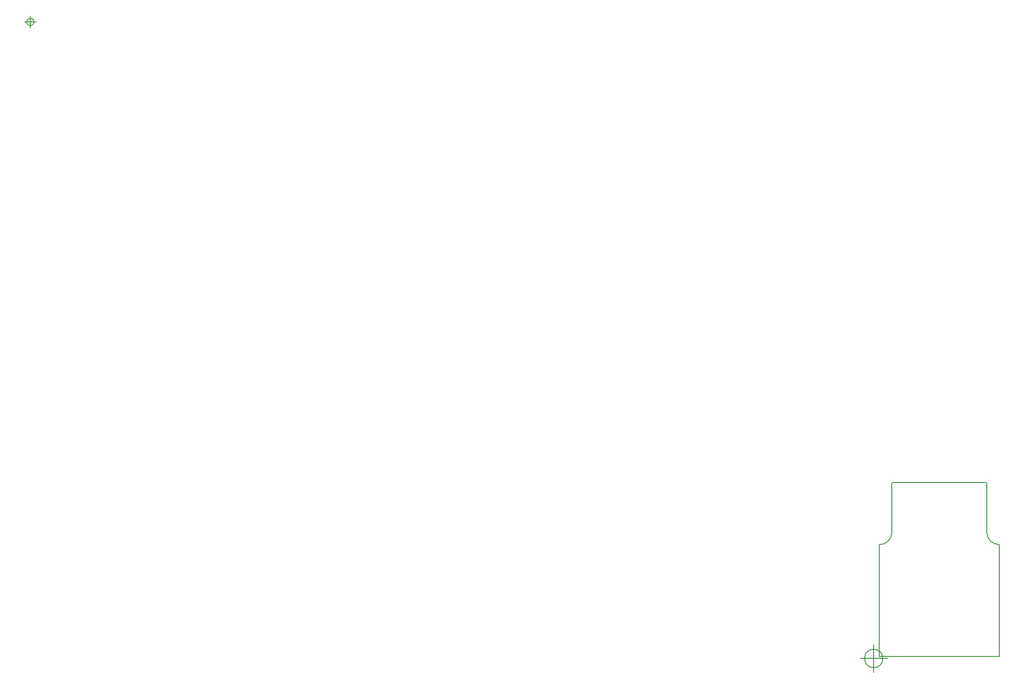
<source format=gm1>
G04 #@! TF.FileFunction,Profile,NP*
%FSLAX46Y46*%
G04 Gerber Fmt 4.6, Leading zero omitted, Abs format (unit mm)*
G04 Created by KiCad (PCBNEW 4.0.6) date Wed Apr  3 14:00:51 2019*
%MOMM*%
%LPD*%
G01*
G04 APERTURE LIST*
%ADD10C,0.100000*%
%ADD11C,0.150000*%
G04 APERTURE END LIST*
D10*
D11*
X1666666Y0D02*
G75*
G03X1666666Y0I-1666666J0D01*
G01*
X-2500000Y0D02*
X2500000Y0D01*
X0Y2500000D02*
X0Y-2500000D01*
X1008000Y381000D02*
X22868000Y381000D01*
X22860000Y381000D02*
X22860000Y20701000D01*
X1016000Y381000D02*
X1016000Y20701000D01*
X3421000Y32004000D02*
X20455000Y32004000D01*
X1016000Y20701000D02*
G75*
G03X3302000Y22987000I0J2286000D01*
G01*
X20574000Y22987000D02*
G75*
G03X22860000Y20701000I2286000J0D01*
G01*
X20574000Y22987000D02*
X20574000Y31877000D01*
X3302000Y22987000D02*
X3302000Y31877000D01*
X3429000Y32004000D02*
G75*
G03X3302000Y31877000I0J-127000D01*
G01*
X20574000Y31877000D02*
G75*
G03X20447000Y32004000I-127000J0D01*
G01*
X-152749334Y115824000D02*
G75*
G03X-152749334Y115824000I-666666J0D01*
G01*
X-154416000Y115824000D02*
X-152416000Y115824000D01*
X-153416000Y116824000D02*
X-153416000Y114824000D01*
M02*

</source>
